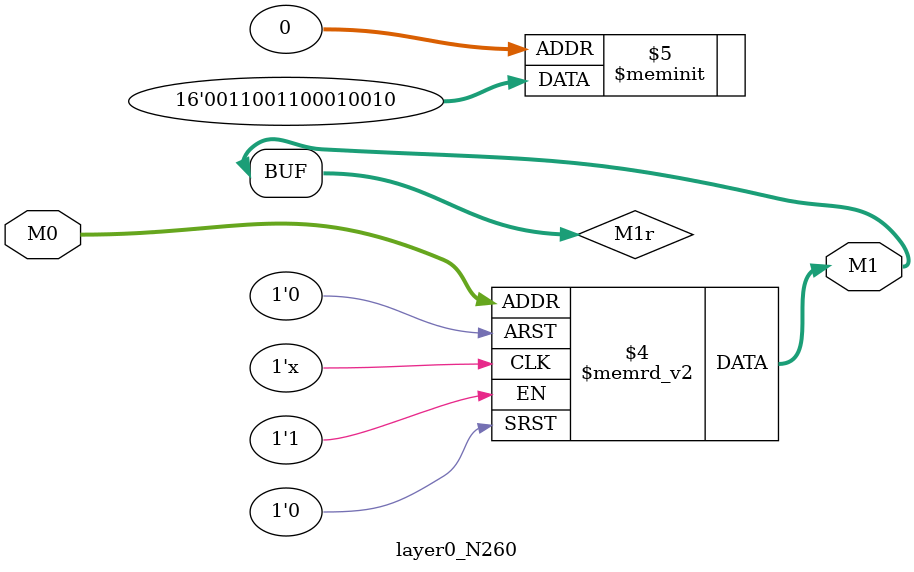
<source format=v>
module layer0_N260 ( input [2:0] M0, output [1:0] M1 );

	(*rom_style = "distributed" *) reg [1:0] M1r;
	assign M1 = M1r;
	always @ (M0) begin
		case (M0)
			3'b000: M1r = 2'b10;
			3'b100: M1r = 2'b11;
			3'b010: M1r = 2'b01;
			3'b110: M1r = 2'b11;
			3'b001: M1r = 2'b00;
			3'b101: M1r = 2'b00;
			3'b011: M1r = 2'b00;
			3'b111: M1r = 2'b00;

		endcase
	end
endmodule

</source>
